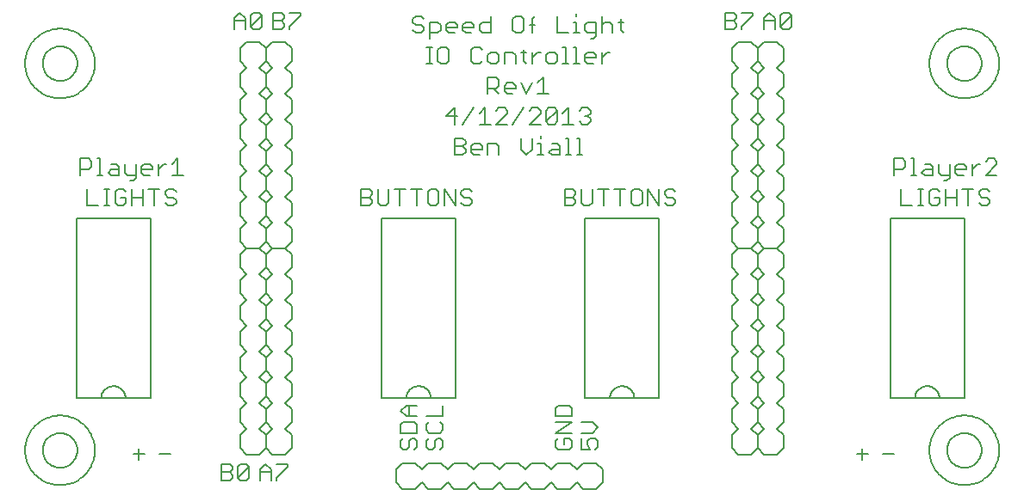
<source format=gto>
G75*
G70*
%OFA0B0*%
%FSLAX24Y24*%
%IPPOS*%
%LPD*%
%AMOC8*
5,1,8,0,0,1.08239X$1,22.5*
%
%ADD10C,0.0060*%
%ADD11C,0.0080*%
D10*
X000711Y002180D02*
X000713Y002253D01*
X000719Y002326D01*
X000729Y002398D01*
X000743Y002470D01*
X000760Y002541D01*
X000782Y002611D01*
X000807Y002680D01*
X000836Y002747D01*
X000868Y002812D01*
X000904Y002876D01*
X000944Y002938D01*
X000986Y002997D01*
X001032Y003054D01*
X001081Y003108D01*
X001133Y003160D01*
X001187Y003209D01*
X001244Y003255D01*
X001303Y003297D01*
X001365Y003337D01*
X001429Y003373D01*
X001494Y003405D01*
X001561Y003434D01*
X001630Y003459D01*
X001700Y003481D01*
X001771Y003498D01*
X001843Y003512D01*
X001915Y003522D01*
X001988Y003528D01*
X002061Y003530D01*
X002134Y003528D01*
X002207Y003522D01*
X002279Y003512D01*
X002351Y003498D01*
X002422Y003481D01*
X002492Y003459D01*
X002561Y003434D01*
X002628Y003405D01*
X002693Y003373D01*
X002757Y003337D01*
X002819Y003297D01*
X002878Y003255D01*
X002935Y003209D01*
X002989Y003160D01*
X003041Y003108D01*
X003090Y003054D01*
X003136Y002997D01*
X003178Y002938D01*
X003218Y002876D01*
X003254Y002812D01*
X003286Y002747D01*
X003315Y002680D01*
X003340Y002611D01*
X003362Y002541D01*
X003379Y002470D01*
X003393Y002398D01*
X003403Y002326D01*
X003409Y002253D01*
X003411Y002180D01*
X003409Y002107D01*
X003403Y002034D01*
X003393Y001962D01*
X003379Y001890D01*
X003362Y001819D01*
X003340Y001749D01*
X003315Y001680D01*
X003286Y001613D01*
X003254Y001548D01*
X003218Y001484D01*
X003178Y001422D01*
X003136Y001363D01*
X003090Y001306D01*
X003041Y001252D01*
X002989Y001200D01*
X002935Y001151D01*
X002878Y001105D01*
X002819Y001063D01*
X002757Y001023D01*
X002693Y000987D01*
X002628Y000955D01*
X002561Y000926D01*
X002492Y000901D01*
X002422Y000879D01*
X002351Y000862D01*
X002279Y000848D01*
X002207Y000838D01*
X002134Y000832D01*
X002061Y000830D01*
X001988Y000832D01*
X001915Y000838D01*
X001843Y000848D01*
X001771Y000862D01*
X001700Y000879D01*
X001630Y000901D01*
X001561Y000926D01*
X001494Y000955D01*
X001429Y000987D01*
X001365Y001023D01*
X001303Y001063D01*
X001244Y001105D01*
X001187Y001151D01*
X001133Y001200D01*
X001081Y001252D01*
X001032Y001306D01*
X000986Y001363D01*
X000944Y001422D01*
X000904Y001484D01*
X000868Y001548D01*
X000836Y001613D01*
X000807Y001680D01*
X000782Y001749D01*
X000760Y001819D01*
X000743Y001890D01*
X000729Y001962D01*
X000719Y002034D01*
X000713Y002107D01*
X000711Y002180D01*
X004898Y002030D02*
X005325Y002030D01*
X005112Y002244D02*
X005112Y001817D01*
X005898Y002030D02*
X006325Y002030D01*
X008301Y001651D02*
X008301Y001010D01*
X008622Y001010D01*
X008728Y001117D01*
X008728Y001224D01*
X008622Y001330D01*
X008301Y001330D01*
X008622Y001330D02*
X008728Y001437D01*
X008728Y001544D01*
X008622Y001651D01*
X008301Y001651D01*
X008946Y001544D02*
X009053Y001651D01*
X009266Y001651D01*
X009373Y001544D01*
X008946Y001117D01*
X009053Y001010D01*
X009266Y001010D01*
X009373Y001117D01*
X009373Y001544D01*
X008946Y001544D02*
X008946Y001117D01*
X009801Y001010D02*
X009801Y001437D01*
X010015Y001651D01*
X010228Y001437D01*
X010228Y001010D01*
X010446Y001010D02*
X010446Y001117D01*
X010873Y001544D01*
X010873Y001651D01*
X010446Y001651D01*
X010228Y001330D02*
X009801Y001330D01*
X015240Y002317D02*
X015347Y002210D01*
X015454Y002210D01*
X015560Y002317D01*
X015560Y002530D01*
X015667Y002637D01*
X015774Y002637D01*
X015881Y002530D01*
X015881Y002317D01*
X015774Y002210D01*
X016240Y002317D02*
X016240Y002530D01*
X016347Y002637D01*
X016347Y002855D02*
X016240Y002961D01*
X016240Y003175D01*
X016347Y003282D01*
X016240Y003499D02*
X016881Y003499D01*
X016881Y003926D01*
X016774Y003282D02*
X016881Y003175D01*
X016881Y002961D01*
X016774Y002855D01*
X016347Y002855D01*
X016667Y002637D02*
X016774Y002637D01*
X016881Y002530D01*
X016881Y002317D01*
X016774Y002210D01*
X016560Y002317D02*
X016560Y002530D01*
X016667Y002637D01*
X016560Y002317D02*
X016454Y002210D01*
X016347Y002210D01*
X016240Y002317D01*
X015347Y002637D02*
X015240Y002530D01*
X015240Y002317D01*
X015240Y002855D02*
X015240Y003175D01*
X015347Y003282D01*
X015774Y003282D01*
X015881Y003175D01*
X015881Y002855D01*
X015240Y002855D01*
X015454Y003499D02*
X015240Y003713D01*
X015454Y003926D01*
X015881Y003926D01*
X015560Y003926D02*
X015560Y003499D01*
X015454Y003499D02*
X015881Y003499D01*
X021240Y003499D02*
X021240Y003819D01*
X021347Y003926D01*
X021774Y003926D01*
X021881Y003819D01*
X021881Y003499D01*
X021240Y003499D01*
X021240Y003282D02*
X021881Y003282D01*
X021240Y002855D01*
X021881Y002855D01*
X021774Y002637D02*
X021560Y002637D01*
X021560Y002424D01*
X021347Y002637D02*
X021240Y002530D01*
X021240Y002317D01*
X021347Y002210D01*
X021774Y002210D01*
X021881Y002317D01*
X021881Y002530D01*
X021774Y002637D01*
X022240Y002637D02*
X022240Y002210D01*
X022560Y002210D01*
X022454Y002424D01*
X022454Y002530D01*
X022560Y002637D01*
X022774Y002637D01*
X022881Y002530D01*
X022881Y002317D01*
X022774Y002210D01*
X022667Y002855D02*
X022240Y002855D01*
X022240Y003282D02*
X022667Y003282D01*
X022881Y003068D01*
X022667Y002855D01*
X032898Y002030D02*
X033325Y002030D01*
X033112Y002244D02*
X033112Y001817D01*
X033898Y002030D02*
X034325Y002030D01*
X035711Y002180D02*
X035713Y002253D01*
X035719Y002326D01*
X035729Y002398D01*
X035743Y002470D01*
X035760Y002541D01*
X035782Y002611D01*
X035807Y002680D01*
X035836Y002747D01*
X035868Y002812D01*
X035904Y002876D01*
X035944Y002938D01*
X035986Y002997D01*
X036032Y003054D01*
X036081Y003108D01*
X036133Y003160D01*
X036187Y003209D01*
X036244Y003255D01*
X036303Y003297D01*
X036365Y003337D01*
X036429Y003373D01*
X036494Y003405D01*
X036561Y003434D01*
X036630Y003459D01*
X036700Y003481D01*
X036771Y003498D01*
X036843Y003512D01*
X036915Y003522D01*
X036988Y003528D01*
X037061Y003530D01*
X037134Y003528D01*
X037207Y003522D01*
X037279Y003512D01*
X037351Y003498D01*
X037422Y003481D01*
X037492Y003459D01*
X037561Y003434D01*
X037628Y003405D01*
X037693Y003373D01*
X037757Y003337D01*
X037819Y003297D01*
X037878Y003255D01*
X037935Y003209D01*
X037989Y003160D01*
X038041Y003108D01*
X038090Y003054D01*
X038136Y002997D01*
X038178Y002938D01*
X038218Y002876D01*
X038254Y002812D01*
X038286Y002747D01*
X038315Y002680D01*
X038340Y002611D01*
X038362Y002541D01*
X038379Y002470D01*
X038393Y002398D01*
X038403Y002326D01*
X038409Y002253D01*
X038411Y002180D01*
X038409Y002107D01*
X038403Y002034D01*
X038393Y001962D01*
X038379Y001890D01*
X038362Y001819D01*
X038340Y001749D01*
X038315Y001680D01*
X038286Y001613D01*
X038254Y001548D01*
X038218Y001484D01*
X038178Y001422D01*
X038136Y001363D01*
X038090Y001306D01*
X038041Y001252D01*
X037989Y001200D01*
X037935Y001151D01*
X037878Y001105D01*
X037819Y001063D01*
X037757Y001023D01*
X037693Y000987D01*
X037628Y000955D01*
X037561Y000926D01*
X037492Y000901D01*
X037422Y000879D01*
X037351Y000862D01*
X037279Y000848D01*
X037207Y000838D01*
X037134Y000832D01*
X037061Y000830D01*
X036988Y000832D01*
X036915Y000838D01*
X036843Y000848D01*
X036771Y000862D01*
X036700Y000879D01*
X036630Y000901D01*
X036561Y000926D01*
X036494Y000955D01*
X036429Y000987D01*
X036365Y001023D01*
X036303Y001063D01*
X036244Y001105D01*
X036187Y001151D01*
X036133Y001200D01*
X036081Y001252D01*
X036032Y001306D01*
X035986Y001363D01*
X035944Y001422D01*
X035904Y001484D01*
X035868Y001548D01*
X035836Y001613D01*
X035807Y001680D01*
X035782Y001749D01*
X035760Y001819D01*
X035743Y001890D01*
X035729Y001962D01*
X035719Y002034D01*
X035713Y002107D01*
X035711Y002180D01*
X035796Y011671D02*
X035689Y011778D01*
X035689Y012205D01*
X035796Y012312D01*
X036009Y012312D01*
X036116Y012205D01*
X036116Y011991D02*
X035902Y011991D01*
X036116Y011991D02*
X036116Y011778D01*
X036009Y011671D01*
X035796Y011671D01*
X035473Y011671D02*
X035259Y011671D01*
X035366Y011671D02*
X035366Y012312D01*
X035259Y012312D02*
X035473Y012312D01*
X034615Y012312D02*
X034615Y011671D01*
X035042Y011671D01*
X036334Y011671D02*
X036334Y012312D01*
X036761Y012312D02*
X036761Y011671D01*
X036761Y011991D02*
X036334Y011991D01*
X036978Y012312D02*
X037405Y012312D01*
X037192Y012312D02*
X037192Y011671D01*
X037623Y011778D02*
X037729Y011671D01*
X037943Y011671D01*
X038050Y011778D01*
X038050Y011885D01*
X037943Y011991D01*
X037729Y011991D01*
X037623Y012098D01*
X037623Y012205D01*
X037729Y012312D01*
X037943Y012312D01*
X038050Y012205D01*
X037891Y012852D02*
X038318Y013279D01*
X038318Y013386D01*
X038211Y013493D01*
X037998Y013493D01*
X037891Y013386D01*
X037674Y013279D02*
X037568Y013279D01*
X037354Y013066D01*
X037354Y013279D02*
X037354Y012852D01*
X037137Y013066D02*
X036710Y013066D01*
X036710Y013172D02*
X036816Y013279D01*
X037030Y013279D01*
X037137Y013172D01*
X037137Y013066D01*
X037030Y012852D02*
X036816Y012852D01*
X036710Y012959D01*
X036710Y013172D01*
X036492Y013279D02*
X036492Y012745D01*
X036385Y012639D01*
X036278Y012639D01*
X036172Y012852D02*
X036065Y012959D01*
X036065Y013279D01*
X035847Y013172D02*
X035847Y012852D01*
X035527Y012852D01*
X035420Y012959D01*
X035527Y013066D01*
X035847Y013066D01*
X035847Y013172D02*
X035741Y013279D01*
X035527Y013279D01*
X035097Y013493D02*
X035097Y012852D01*
X034991Y012852D02*
X035204Y012852D01*
X034773Y013172D02*
X034666Y013066D01*
X034346Y013066D01*
X034346Y012852D02*
X034346Y013493D01*
X034666Y013493D01*
X034773Y013386D01*
X034773Y013172D01*
X034991Y013493D02*
X035097Y013493D01*
X036172Y012852D02*
X036492Y012852D01*
X037891Y012852D02*
X038318Y012852D01*
X035711Y017180D02*
X035713Y017253D01*
X035719Y017326D01*
X035729Y017398D01*
X035743Y017470D01*
X035760Y017541D01*
X035782Y017611D01*
X035807Y017680D01*
X035836Y017747D01*
X035868Y017812D01*
X035904Y017876D01*
X035944Y017938D01*
X035986Y017997D01*
X036032Y018054D01*
X036081Y018108D01*
X036133Y018160D01*
X036187Y018209D01*
X036244Y018255D01*
X036303Y018297D01*
X036365Y018337D01*
X036429Y018373D01*
X036494Y018405D01*
X036561Y018434D01*
X036630Y018459D01*
X036700Y018481D01*
X036771Y018498D01*
X036843Y018512D01*
X036915Y018522D01*
X036988Y018528D01*
X037061Y018530D01*
X037134Y018528D01*
X037207Y018522D01*
X037279Y018512D01*
X037351Y018498D01*
X037422Y018481D01*
X037492Y018459D01*
X037561Y018434D01*
X037628Y018405D01*
X037693Y018373D01*
X037757Y018337D01*
X037819Y018297D01*
X037878Y018255D01*
X037935Y018209D01*
X037989Y018160D01*
X038041Y018108D01*
X038090Y018054D01*
X038136Y017997D01*
X038178Y017938D01*
X038218Y017876D01*
X038254Y017812D01*
X038286Y017747D01*
X038315Y017680D01*
X038340Y017611D01*
X038362Y017541D01*
X038379Y017470D01*
X038393Y017398D01*
X038403Y017326D01*
X038409Y017253D01*
X038411Y017180D01*
X038409Y017107D01*
X038403Y017034D01*
X038393Y016962D01*
X038379Y016890D01*
X038362Y016819D01*
X038340Y016749D01*
X038315Y016680D01*
X038286Y016613D01*
X038254Y016548D01*
X038218Y016484D01*
X038178Y016422D01*
X038136Y016363D01*
X038090Y016306D01*
X038041Y016252D01*
X037989Y016200D01*
X037935Y016151D01*
X037878Y016105D01*
X037819Y016063D01*
X037757Y016023D01*
X037693Y015987D01*
X037628Y015955D01*
X037561Y015926D01*
X037492Y015901D01*
X037422Y015879D01*
X037351Y015862D01*
X037279Y015848D01*
X037207Y015838D01*
X037134Y015832D01*
X037061Y015830D01*
X036988Y015832D01*
X036915Y015838D01*
X036843Y015848D01*
X036771Y015862D01*
X036700Y015879D01*
X036630Y015901D01*
X036561Y015926D01*
X036494Y015955D01*
X036429Y015987D01*
X036365Y016023D01*
X036303Y016063D01*
X036244Y016105D01*
X036187Y016151D01*
X036133Y016200D01*
X036081Y016252D01*
X036032Y016306D01*
X035986Y016363D01*
X035944Y016422D01*
X035904Y016484D01*
X035868Y016548D01*
X035836Y016613D01*
X035807Y016680D01*
X035782Y016749D01*
X035760Y016819D01*
X035743Y016890D01*
X035729Y016962D01*
X035719Y017034D01*
X035713Y017107D01*
X035711Y017180D01*
X030373Y018617D02*
X030266Y018510D01*
X030053Y018510D01*
X029946Y018617D01*
X030373Y019044D01*
X030373Y018617D01*
X029946Y018617D02*
X029946Y019044D01*
X030053Y019151D01*
X030266Y019151D01*
X030373Y019044D01*
X029728Y018937D02*
X029728Y018510D01*
X029728Y018830D02*
X029301Y018830D01*
X029301Y018937D02*
X029301Y018510D01*
X029301Y018937D02*
X029515Y019151D01*
X029728Y018937D01*
X028873Y019044D02*
X028446Y018617D01*
X028446Y018510D01*
X028228Y018617D02*
X028122Y018510D01*
X027801Y018510D01*
X027801Y019151D01*
X028122Y019151D01*
X028228Y019044D01*
X028228Y018937D01*
X028122Y018830D01*
X027801Y018830D01*
X028122Y018830D02*
X028228Y018724D01*
X028228Y018617D01*
X028446Y019151D02*
X028873Y019151D01*
X028873Y019044D01*
X023879Y018791D02*
X023665Y018791D01*
X023772Y018898D02*
X023772Y018471D01*
X023879Y018364D01*
X023448Y018364D02*
X023448Y018684D01*
X023341Y018791D01*
X023128Y018791D01*
X023021Y018684D01*
X022803Y018791D02*
X022483Y018791D01*
X022376Y018684D01*
X022376Y018471D01*
X022483Y018364D01*
X022803Y018364D01*
X022803Y018257D02*
X022803Y018791D01*
X023021Y019004D02*
X023021Y018364D01*
X022803Y018257D02*
X022697Y018150D01*
X022590Y018150D01*
X022160Y018364D02*
X021947Y018364D01*
X022053Y018364D02*
X022053Y018791D01*
X021947Y018791D01*
X022053Y019004D02*
X022053Y019111D01*
X021302Y019004D02*
X021302Y018364D01*
X021729Y018364D01*
X021624Y017823D02*
X021624Y017183D01*
X021730Y017183D02*
X021517Y017183D01*
X021299Y017290D02*
X021299Y017503D01*
X021193Y017610D01*
X020979Y017610D01*
X020872Y017503D01*
X020872Y017290D01*
X020979Y017183D01*
X021193Y017183D01*
X021299Y017290D01*
X021517Y017823D02*
X021624Y017823D01*
X021947Y017823D02*
X022053Y017823D01*
X022053Y017183D01*
X021947Y017183D02*
X022160Y017183D01*
X022376Y017290D02*
X022376Y017503D01*
X022483Y017610D01*
X022697Y017610D01*
X022803Y017503D01*
X022803Y017396D01*
X022376Y017396D01*
X022376Y017290D02*
X022483Y017183D01*
X022697Y017183D01*
X023021Y017183D02*
X023021Y017610D01*
X023234Y017610D02*
X023021Y017396D01*
X023234Y017610D02*
X023341Y017610D01*
X020764Y016642D02*
X020764Y016002D01*
X020977Y016002D02*
X020550Y016002D01*
X020119Y016002D02*
X020333Y016429D01*
X020550Y016429D02*
X020764Y016642D01*
X020335Y017183D02*
X020335Y017610D01*
X020335Y017396D02*
X020549Y017610D01*
X020655Y017610D01*
X020119Y017610D02*
X019906Y017610D01*
X020012Y017717D02*
X020012Y017290D01*
X020119Y017183D01*
X019688Y017183D02*
X019688Y017503D01*
X019581Y017610D01*
X019261Y017610D01*
X019261Y017183D01*
X019043Y017290D02*
X019043Y017503D01*
X018937Y017610D01*
X018723Y017610D01*
X018616Y017503D01*
X018616Y017290D01*
X018723Y017183D01*
X018937Y017183D01*
X019043Y017290D01*
X018399Y017290D02*
X018292Y017183D01*
X018079Y017183D01*
X017972Y017290D01*
X017972Y017717D01*
X018079Y017823D01*
X018292Y017823D01*
X018399Y017717D01*
X018401Y018364D02*
X018294Y018471D01*
X018294Y018684D01*
X018401Y018791D01*
X018721Y018791D01*
X018721Y019004D02*
X018721Y018364D01*
X018401Y018364D01*
X018077Y018577D02*
X017650Y018577D01*
X017650Y018471D02*
X017650Y018684D01*
X017756Y018791D01*
X017970Y018791D01*
X018077Y018684D01*
X018077Y018577D01*
X017970Y018364D02*
X017756Y018364D01*
X017650Y018471D01*
X017432Y018577D02*
X017432Y018684D01*
X017325Y018791D01*
X017112Y018791D01*
X017005Y018684D01*
X017005Y018471D01*
X017112Y018364D01*
X017325Y018364D01*
X017432Y018577D02*
X017005Y018577D01*
X016788Y018471D02*
X016681Y018364D01*
X016360Y018364D01*
X016360Y018150D02*
X016360Y018791D01*
X016681Y018791D01*
X016788Y018684D01*
X016788Y018471D01*
X016143Y018471D02*
X016036Y018364D01*
X015823Y018364D01*
X015716Y018471D01*
X015823Y018684D02*
X016036Y018684D01*
X016143Y018577D01*
X016143Y018471D01*
X015823Y018684D02*
X015716Y018791D01*
X015716Y018898D01*
X015823Y019004D01*
X016036Y019004D01*
X016143Y018898D01*
X016253Y017823D02*
X016467Y017823D01*
X016360Y017823D02*
X016360Y017183D01*
X016253Y017183D02*
X016467Y017183D01*
X016683Y017290D02*
X016790Y017183D01*
X017003Y017183D01*
X017110Y017290D01*
X017110Y017717D01*
X017003Y017823D01*
X016790Y017823D01*
X016683Y017717D01*
X016683Y017290D01*
X018616Y016642D02*
X018937Y016642D01*
X019043Y016536D01*
X019043Y016322D01*
X018937Y016215D01*
X018616Y016215D01*
X018616Y016002D02*
X018616Y016642D01*
X019261Y016322D02*
X019368Y016429D01*
X019581Y016429D01*
X019688Y016322D01*
X019688Y016215D01*
X019261Y016215D01*
X019261Y016108D02*
X019261Y016322D01*
X019261Y016108D02*
X019368Y016002D01*
X019581Y016002D01*
X019906Y016429D02*
X020119Y016002D01*
X020010Y015461D02*
X019583Y014821D01*
X019366Y014821D02*
X018939Y014821D01*
X019366Y015248D01*
X019366Y015354D01*
X019259Y015461D01*
X019045Y015461D01*
X018939Y015354D01*
X018508Y015461D02*
X018508Y014821D01*
X018721Y014821D02*
X018294Y014821D01*
X017650Y014821D02*
X018077Y015461D01*
X018294Y015248D02*
X018508Y015461D01*
X019043Y016002D02*
X018830Y016215D01*
X020228Y015354D02*
X020335Y015461D01*
X020548Y015461D01*
X020655Y015354D01*
X020655Y015248D01*
X020228Y014821D01*
X020655Y014821D01*
X020872Y014927D02*
X021299Y015354D01*
X021299Y014927D01*
X021193Y014821D01*
X020979Y014821D01*
X020872Y014927D01*
X020872Y015354D01*
X020979Y015461D01*
X021193Y015461D01*
X021299Y015354D01*
X021517Y015248D02*
X021730Y015461D01*
X021730Y014821D01*
X021517Y014821D02*
X021944Y014821D01*
X022161Y014927D02*
X022268Y014821D01*
X022482Y014821D01*
X022588Y014927D01*
X022588Y015034D01*
X022482Y015141D01*
X022375Y015141D01*
X022482Y015141D02*
X022588Y015248D01*
X022588Y015354D01*
X022482Y015461D01*
X022268Y015461D01*
X022161Y015354D01*
X022161Y014280D02*
X022161Y013640D01*
X022054Y013640D02*
X022268Y013640D01*
X021838Y013640D02*
X021624Y013640D01*
X021731Y013640D02*
X021731Y014280D01*
X021624Y014280D01*
X021407Y013960D02*
X021300Y014067D01*
X021087Y014067D01*
X021087Y013853D02*
X021407Y013853D01*
X021407Y013960D02*
X021407Y013640D01*
X021087Y013640D01*
X020980Y013746D01*
X021087Y013853D01*
X020764Y013640D02*
X020550Y013640D01*
X020657Y013640D02*
X020657Y014067D01*
X020550Y014067D01*
X020657Y014280D02*
X020657Y014387D01*
X020333Y014280D02*
X020333Y013853D01*
X020119Y013640D01*
X019906Y013853D01*
X019906Y014280D01*
X019043Y013960D02*
X019043Y013640D01*
X019043Y013960D02*
X018937Y014067D01*
X018616Y014067D01*
X018616Y013640D01*
X018399Y013853D02*
X017972Y013853D01*
X017972Y013746D02*
X017972Y013960D01*
X018079Y014067D01*
X018292Y014067D01*
X018399Y013960D01*
X018399Y013853D01*
X018292Y013640D02*
X018079Y013640D01*
X017972Y013746D01*
X017754Y013746D02*
X017754Y013853D01*
X017648Y013960D01*
X017327Y013960D01*
X017327Y013640D02*
X017327Y014280D01*
X017648Y014280D01*
X017754Y014173D01*
X017754Y014067D01*
X017648Y013960D01*
X017754Y013746D02*
X017648Y013640D01*
X017327Y013640D01*
X017325Y014821D02*
X017325Y015461D01*
X017005Y015141D01*
X017432Y015141D01*
X022054Y014280D02*
X022161Y014280D01*
X022231Y012312D02*
X022231Y011778D01*
X022338Y011671D01*
X022551Y011671D01*
X022658Y011778D01*
X022658Y012312D01*
X022876Y012312D02*
X023303Y012312D01*
X023089Y012312D02*
X023089Y011671D01*
X023734Y011671D02*
X023734Y012312D01*
X023947Y012312D02*
X023520Y012312D01*
X024165Y012205D02*
X024165Y011778D01*
X024272Y011671D01*
X024485Y011671D01*
X024592Y011778D01*
X024592Y012205D01*
X024485Y012312D01*
X024272Y012312D01*
X024165Y012205D01*
X024809Y012312D02*
X024809Y011671D01*
X025236Y011671D02*
X025236Y012312D01*
X025454Y012205D02*
X025454Y012098D01*
X025561Y011991D01*
X025774Y011991D01*
X025881Y011885D01*
X025881Y011778D01*
X025774Y011671D01*
X025561Y011671D01*
X025454Y011778D01*
X025236Y011671D02*
X024809Y012312D01*
X025454Y012205D02*
X025561Y012312D01*
X025774Y012312D01*
X025881Y012205D01*
X022014Y012205D02*
X022014Y012098D01*
X021907Y011991D01*
X021587Y011991D01*
X021907Y011991D02*
X022014Y011885D01*
X022014Y011778D01*
X021907Y011671D01*
X021587Y011671D01*
X021587Y012312D01*
X021907Y012312D01*
X022014Y012205D01*
X018007Y012205D02*
X017900Y012312D01*
X017687Y012312D01*
X017580Y012205D01*
X017580Y012098D01*
X017687Y011991D01*
X017900Y011991D01*
X018007Y011885D01*
X018007Y011778D01*
X017900Y011671D01*
X017687Y011671D01*
X017580Y011778D01*
X017362Y011671D02*
X017362Y012312D01*
X016935Y012312D02*
X017362Y011671D01*
X016935Y011671D02*
X016935Y012312D01*
X016718Y012205D02*
X016611Y012312D01*
X016398Y012312D01*
X016291Y012205D01*
X016291Y011778D01*
X016398Y011671D01*
X016611Y011671D01*
X016718Y011778D01*
X016718Y012205D01*
X016073Y012312D02*
X015646Y012312D01*
X015860Y012312D02*
X015860Y011671D01*
X015215Y011671D02*
X015215Y012312D01*
X015002Y012312D02*
X015429Y012312D01*
X014784Y012312D02*
X014784Y011778D01*
X014677Y011671D01*
X014464Y011671D01*
X014357Y011778D01*
X014357Y012312D01*
X014140Y012205D02*
X014140Y012098D01*
X014033Y011991D01*
X013713Y011991D01*
X014033Y011991D02*
X014140Y011885D01*
X014140Y011778D01*
X014033Y011671D01*
X013713Y011671D01*
X013713Y012312D01*
X014033Y012312D01*
X014140Y012205D01*
X006822Y012852D02*
X006395Y012852D01*
X006609Y012852D02*
X006609Y013493D01*
X006395Y013279D01*
X006178Y013279D02*
X006072Y013279D01*
X005858Y013066D01*
X005858Y013279D02*
X005858Y012852D01*
X005640Y013066D02*
X005213Y013066D01*
X005213Y013172D02*
X005320Y013279D01*
X005534Y013279D01*
X005640Y013172D01*
X005640Y013066D01*
X005534Y012852D02*
X005320Y012852D01*
X005213Y012959D01*
X005213Y013172D01*
X004996Y013279D02*
X004996Y012745D01*
X004889Y012639D01*
X004782Y012639D01*
X004676Y012852D02*
X004996Y012852D01*
X004676Y012852D02*
X004569Y012959D01*
X004569Y013279D01*
X004351Y013172D02*
X004351Y012852D01*
X004031Y012852D01*
X003924Y012959D01*
X004031Y013066D01*
X004351Y013066D01*
X004351Y013172D02*
X004245Y013279D01*
X004031Y013279D01*
X003601Y013493D02*
X003601Y012852D01*
X003495Y012852D02*
X003708Y012852D01*
X003277Y013172D02*
X003170Y013066D01*
X002850Y013066D01*
X002850Y012852D02*
X002850Y013493D01*
X003170Y013493D01*
X003277Y013386D01*
X003277Y013172D01*
X003495Y013493D02*
X003601Y013493D01*
X003763Y012312D02*
X003977Y012312D01*
X003870Y012312D02*
X003870Y011671D01*
X003763Y011671D02*
X003977Y011671D01*
X004193Y011778D02*
X004300Y011671D01*
X004513Y011671D01*
X004620Y011778D01*
X004620Y011991D01*
X004406Y011991D01*
X004193Y012205D02*
X004193Y011778D01*
X004193Y012205D02*
X004300Y012312D01*
X004513Y012312D01*
X004620Y012205D01*
X004837Y012312D02*
X004837Y011671D01*
X004837Y011991D02*
X005264Y011991D01*
X005264Y011671D02*
X005264Y012312D01*
X005482Y012312D02*
X005909Y012312D01*
X005696Y012312D02*
X005696Y011671D01*
X006127Y011778D02*
X006233Y011671D01*
X006447Y011671D01*
X006554Y011778D01*
X006554Y011885D01*
X006447Y011991D01*
X006233Y011991D01*
X006127Y012098D01*
X006127Y012205D01*
X006233Y012312D01*
X006447Y012312D01*
X006554Y012205D01*
X003546Y011671D02*
X003119Y011671D01*
X003119Y012312D01*
X000711Y017180D02*
X000713Y017253D01*
X000719Y017326D01*
X000729Y017398D01*
X000743Y017470D01*
X000760Y017541D01*
X000782Y017611D01*
X000807Y017680D01*
X000836Y017747D01*
X000868Y017812D01*
X000904Y017876D01*
X000944Y017938D01*
X000986Y017997D01*
X001032Y018054D01*
X001081Y018108D01*
X001133Y018160D01*
X001187Y018209D01*
X001244Y018255D01*
X001303Y018297D01*
X001365Y018337D01*
X001429Y018373D01*
X001494Y018405D01*
X001561Y018434D01*
X001630Y018459D01*
X001700Y018481D01*
X001771Y018498D01*
X001843Y018512D01*
X001915Y018522D01*
X001988Y018528D01*
X002061Y018530D01*
X002134Y018528D01*
X002207Y018522D01*
X002279Y018512D01*
X002351Y018498D01*
X002422Y018481D01*
X002492Y018459D01*
X002561Y018434D01*
X002628Y018405D01*
X002693Y018373D01*
X002757Y018337D01*
X002819Y018297D01*
X002878Y018255D01*
X002935Y018209D01*
X002989Y018160D01*
X003041Y018108D01*
X003090Y018054D01*
X003136Y017997D01*
X003178Y017938D01*
X003218Y017876D01*
X003254Y017812D01*
X003286Y017747D01*
X003315Y017680D01*
X003340Y017611D01*
X003362Y017541D01*
X003379Y017470D01*
X003393Y017398D01*
X003403Y017326D01*
X003409Y017253D01*
X003411Y017180D01*
X003409Y017107D01*
X003403Y017034D01*
X003393Y016962D01*
X003379Y016890D01*
X003362Y016819D01*
X003340Y016749D01*
X003315Y016680D01*
X003286Y016613D01*
X003254Y016548D01*
X003218Y016484D01*
X003178Y016422D01*
X003136Y016363D01*
X003090Y016306D01*
X003041Y016252D01*
X002989Y016200D01*
X002935Y016151D01*
X002878Y016105D01*
X002819Y016063D01*
X002757Y016023D01*
X002693Y015987D01*
X002628Y015955D01*
X002561Y015926D01*
X002492Y015901D01*
X002422Y015879D01*
X002351Y015862D01*
X002279Y015848D01*
X002207Y015838D01*
X002134Y015832D01*
X002061Y015830D01*
X001988Y015832D01*
X001915Y015838D01*
X001843Y015848D01*
X001771Y015862D01*
X001700Y015879D01*
X001630Y015901D01*
X001561Y015926D01*
X001494Y015955D01*
X001429Y015987D01*
X001365Y016023D01*
X001303Y016063D01*
X001244Y016105D01*
X001187Y016151D01*
X001133Y016200D01*
X001081Y016252D01*
X001032Y016306D01*
X000986Y016363D01*
X000944Y016422D01*
X000904Y016484D01*
X000868Y016548D01*
X000836Y016613D01*
X000807Y016680D01*
X000782Y016749D01*
X000760Y016819D01*
X000743Y016890D01*
X000729Y016962D01*
X000719Y017034D01*
X000713Y017107D01*
X000711Y017180D01*
X008801Y018510D02*
X008801Y018937D01*
X009015Y019151D01*
X009228Y018937D01*
X009228Y018510D01*
X009446Y018617D02*
X009873Y019044D01*
X009873Y018617D01*
X009766Y018510D01*
X009553Y018510D01*
X009446Y018617D01*
X009446Y019044D01*
X009553Y019151D01*
X009766Y019151D01*
X009873Y019044D01*
X010301Y019151D02*
X010622Y019151D01*
X010728Y019044D01*
X010728Y018937D01*
X010622Y018830D01*
X010301Y018830D01*
X010301Y018510D02*
X010622Y018510D01*
X010728Y018617D01*
X010728Y018724D01*
X010622Y018830D01*
X010946Y018617D02*
X010946Y018510D01*
X010946Y018617D02*
X011373Y019044D01*
X011373Y019151D01*
X010946Y019151D01*
X010301Y019151D02*
X010301Y018510D01*
X009228Y018830D02*
X008801Y018830D01*
X019583Y018898D02*
X019583Y018471D01*
X019690Y018364D01*
X019904Y018364D01*
X020010Y018471D01*
X020010Y018898D01*
X019904Y019004D01*
X019690Y019004D01*
X019583Y018898D01*
X020228Y018684D02*
X020441Y018684D01*
X020335Y018898D02*
X020441Y019004D01*
X020335Y018898D02*
X020335Y018364D01*
D11*
X001392Y002180D02*
X001394Y002231D01*
X001400Y002282D01*
X001410Y002332D01*
X001423Y002382D01*
X001441Y002430D01*
X001461Y002477D01*
X001486Y002522D01*
X001514Y002565D01*
X001545Y002606D01*
X001579Y002644D01*
X001616Y002679D01*
X001655Y002712D01*
X001697Y002742D01*
X001741Y002768D01*
X001787Y002790D01*
X001835Y002810D01*
X001884Y002825D01*
X001934Y002837D01*
X001984Y002845D01*
X002035Y002849D01*
X002087Y002849D01*
X002138Y002845D01*
X002188Y002837D01*
X002238Y002825D01*
X002287Y002810D01*
X002335Y002790D01*
X002381Y002768D01*
X002425Y002742D01*
X002467Y002712D01*
X002506Y002679D01*
X002543Y002644D01*
X002577Y002606D01*
X002608Y002565D01*
X002636Y002522D01*
X002661Y002477D01*
X002681Y002430D01*
X002699Y002382D01*
X002712Y002332D01*
X002722Y002282D01*
X002728Y002231D01*
X002730Y002180D01*
X002728Y002129D01*
X002722Y002078D01*
X002712Y002028D01*
X002699Y001978D01*
X002681Y001930D01*
X002661Y001883D01*
X002636Y001838D01*
X002608Y001795D01*
X002577Y001754D01*
X002543Y001716D01*
X002506Y001681D01*
X002467Y001648D01*
X002425Y001618D01*
X002381Y001592D01*
X002335Y001570D01*
X002287Y001550D01*
X002238Y001535D01*
X002188Y001523D01*
X002138Y001515D01*
X002087Y001511D01*
X002035Y001511D01*
X001984Y001515D01*
X001934Y001523D01*
X001884Y001535D01*
X001835Y001550D01*
X001787Y001570D01*
X001741Y001592D01*
X001697Y001618D01*
X001655Y001648D01*
X001616Y001681D01*
X001579Y001716D01*
X001545Y001754D01*
X001514Y001795D01*
X001486Y001838D01*
X001461Y001883D01*
X001441Y001930D01*
X001423Y001978D01*
X001410Y002028D01*
X001400Y002078D01*
X001394Y002129D01*
X001392Y002180D01*
X002691Y004196D02*
X005564Y004196D01*
X005564Y011164D01*
X002691Y011164D01*
X002691Y004196D01*
X003655Y004196D02*
X003657Y004238D01*
X003663Y004280D01*
X003672Y004322D01*
X003685Y004362D01*
X003702Y004401D01*
X003722Y004438D01*
X003745Y004473D01*
X003772Y004507D01*
X003801Y004537D01*
X003833Y004565D01*
X003867Y004590D01*
X003903Y004612D01*
X003941Y004630D01*
X003981Y004645D01*
X004022Y004656D01*
X004064Y004664D01*
X004106Y004668D01*
X004148Y004668D01*
X004190Y004664D01*
X004232Y004656D01*
X004273Y004645D01*
X004313Y004630D01*
X004351Y004612D01*
X004387Y004590D01*
X004421Y004565D01*
X004453Y004537D01*
X004482Y004507D01*
X004509Y004473D01*
X004532Y004438D01*
X004552Y004401D01*
X004569Y004362D01*
X004582Y004322D01*
X004591Y004280D01*
X004597Y004238D01*
X004599Y004196D01*
X009033Y004273D02*
X009033Y004773D01*
X009283Y005023D01*
X009033Y005273D01*
X009033Y005773D01*
X009283Y006023D01*
X009033Y006273D01*
X009033Y006773D01*
X009283Y007023D01*
X009033Y007273D01*
X009033Y007773D01*
X009283Y008023D01*
X009033Y008273D01*
X009033Y008773D01*
X009283Y009023D01*
X009033Y009273D01*
X009033Y009773D01*
X009283Y010023D01*
X009783Y010023D01*
X010033Y009773D01*
X010283Y010023D01*
X010783Y010023D01*
X011033Y009773D01*
X011033Y009273D01*
X010783Y009023D01*
X011033Y008773D01*
X011033Y008273D01*
X010783Y008023D01*
X011033Y007773D01*
X011033Y007273D01*
X010783Y007023D01*
X011033Y006773D01*
X011033Y006273D01*
X010783Y006023D01*
X011033Y005773D01*
X011033Y005273D01*
X010783Y005023D01*
X011033Y004773D01*
X011033Y004273D01*
X010783Y004023D01*
X011033Y003773D01*
X011033Y003273D01*
X010783Y003023D01*
X011033Y002773D01*
X011033Y002273D01*
X010783Y002023D01*
X010283Y002023D01*
X010033Y002273D01*
X010033Y002773D01*
X010283Y003023D01*
X010033Y003273D01*
X010033Y003773D01*
X010283Y004023D01*
X010033Y004273D01*
X010033Y004773D01*
X010283Y005023D01*
X010033Y005273D01*
X010033Y005773D01*
X010283Y006023D01*
X010033Y006273D01*
X010033Y006773D01*
X010283Y007023D01*
X010033Y007273D01*
X010033Y007773D01*
X010283Y008023D01*
X010033Y008273D01*
X010033Y008773D01*
X010283Y009023D01*
X010033Y009273D01*
X010033Y009773D01*
X010033Y009273D01*
X009783Y009023D01*
X010033Y008773D01*
X010033Y008273D01*
X009783Y008023D01*
X010033Y007773D01*
X010033Y007273D01*
X009783Y007023D01*
X010033Y006773D01*
X010033Y006273D01*
X009783Y006023D01*
X010033Y005773D01*
X010033Y005273D01*
X009783Y005023D01*
X010033Y004773D01*
X010033Y004273D01*
X009783Y004023D01*
X010033Y003773D01*
X010033Y003273D01*
X009783Y003023D01*
X010033Y002773D01*
X010033Y002273D01*
X009783Y002023D01*
X009283Y002023D01*
X009033Y002273D01*
X009033Y002773D01*
X009283Y003023D01*
X009033Y003273D01*
X009033Y003773D01*
X009283Y004023D01*
X009033Y004273D01*
X014502Y004196D02*
X017375Y004196D01*
X017375Y011164D01*
X014502Y011164D01*
X014502Y004196D01*
X015467Y004196D02*
X015469Y004238D01*
X015475Y004280D01*
X015484Y004322D01*
X015497Y004362D01*
X015514Y004401D01*
X015534Y004438D01*
X015557Y004473D01*
X015584Y004507D01*
X015613Y004537D01*
X015645Y004565D01*
X015679Y004590D01*
X015715Y004612D01*
X015753Y004630D01*
X015793Y004645D01*
X015834Y004656D01*
X015876Y004664D01*
X015918Y004668D01*
X015960Y004668D01*
X016002Y004664D01*
X016044Y004656D01*
X016085Y004645D01*
X016125Y004630D01*
X016163Y004612D01*
X016199Y004590D01*
X016233Y004565D01*
X016265Y004537D01*
X016294Y004507D01*
X016321Y004473D01*
X016344Y004438D01*
X016364Y004401D01*
X016381Y004362D01*
X016394Y004322D01*
X016403Y004280D01*
X016409Y004238D01*
X016411Y004196D01*
X016311Y001680D02*
X016811Y001680D01*
X017061Y001430D01*
X017311Y001680D01*
X017811Y001680D01*
X018061Y001430D01*
X018311Y001680D01*
X018811Y001680D01*
X019061Y001430D01*
X019311Y001680D01*
X019811Y001680D01*
X020061Y001430D01*
X020311Y001680D01*
X020811Y001680D01*
X021061Y001430D01*
X021311Y001680D01*
X021811Y001680D01*
X022061Y001430D01*
X022311Y001680D01*
X022811Y001680D01*
X023061Y001430D01*
X023061Y000930D01*
X022811Y000680D01*
X022311Y000680D01*
X022061Y000930D01*
X021811Y000680D01*
X021311Y000680D01*
X021061Y000930D01*
X020811Y000680D01*
X020311Y000680D01*
X020061Y000930D01*
X019811Y000680D01*
X019311Y000680D01*
X019061Y000930D01*
X018811Y000680D01*
X018311Y000680D01*
X018061Y000930D01*
X017811Y000680D01*
X017311Y000680D01*
X017061Y000930D01*
X016811Y000680D01*
X016311Y000680D01*
X016061Y000930D01*
X015811Y000680D01*
X015311Y000680D01*
X015061Y000930D01*
X015061Y001430D01*
X015311Y001680D01*
X015811Y001680D01*
X016061Y001430D01*
X016311Y001680D01*
X022376Y004196D02*
X025249Y004196D01*
X025249Y011164D01*
X022376Y011164D01*
X022376Y004196D01*
X023341Y004196D02*
X023343Y004238D01*
X023349Y004280D01*
X023358Y004322D01*
X023371Y004362D01*
X023388Y004401D01*
X023408Y004438D01*
X023431Y004473D01*
X023458Y004507D01*
X023487Y004537D01*
X023519Y004565D01*
X023553Y004590D01*
X023589Y004612D01*
X023627Y004630D01*
X023667Y004645D01*
X023708Y004656D01*
X023750Y004664D01*
X023792Y004668D01*
X023834Y004668D01*
X023876Y004664D01*
X023918Y004656D01*
X023959Y004645D01*
X023999Y004630D01*
X024037Y004612D01*
X024073Y004590D01*
X024107Y004565D01*
X024139Y004537D01*
X024168Y004507D01*
X024195Y004473D01*
X024218Y004438D01*
X024238Y004401D01*
X024255Y004362D01*
X024268Y004322D01*
X024277Y004280D01*
X024283Y004238D01*
X024285Y004196D01*
X028061Y004273D02*
X028061Y004773D01*
X028311Y005023D01*
X028061Y005273D01*
X028061Y005773D01*
X028311Y006023D01*
X028061Y006273D01*
X028061Y006773D01*
X028311Y007023D01*
X028061Y007273D01*
X028061Y007773D01*
X028311Y008023D01*
X028061Y008273D01*
X028061Y008773D01*
X028311Y009023D01*
X028061Y009273D01*
X028061Y009773D01*
X028311Y010023D01*
X028811Y010023D01*
X029061Y009773D01*
X029061Y009273D01*
X028811Y009023D01*
X029061Y008773D01*
X029061Y008273D01*
X028811Y008023D01*
X029061Y007773D01*
X029061Y007273D01*
X028811Y007023D01*
X029061Y006773D01*
X029061Y006273D01*
X028811Y006023D01*
X029061Y005773D01*
X029061Y005273D01*
X028811Y005023D01*
X029061Y004773D01*
X029061Y004273D01*
X028811Y004023D01*
X029061Y003773D01*
X029061Y003273D01*
X028811Y003023D01*
X029061Y002773D01*
X029061Y002273D01*
X028811Y002023D01*
X028311Y002023D01*
X028061Y002273D01*
X028061Y002773D01*
X028311Y003023D01*
X028061Y003273D01*
X028061Y003773D01*
X028311Y004023D01*
X028061Y004273D01*
X029061Y004273D02*
X029311Y004023D01*
X029061Y003773D01*
X029061Y003273D01*
X029311Y003023D01*
X029061Y002773D01*
X029061Y002273D01*
X029311Y002023D01*
X029811Y002023D01*
X030061Y002273D01*
X030061Y002773D01*
X029811Y003023D01*
X030061Y003273D01*
X030061Y003773D01*
X029811Y004023D01*
X030061Y004273D01*
X030061Y004773D01*
X029811Y005023D01*
X030061Y005273D01*
X030061Y005773D01*
X029811Y006023D01*
X030061Y006273D01*
X030061Y006773D01*
X029811Y007023D01*
X030061Y007273D01*
X030061Y007773D01*
X029811Y008023D01*
X030061Y008273D01*
X030061Y008773D01*
X029811Y009023D01*
X030061Y009273D01*
X030061Y009773D01*
X029811Y010023D01*
X030061Y010273D01*
X030061Y010773D01*
X029811Y011023D01*
X030061Y011273D01*
X030061Y011773D01*
X029811Y012023D01*
X030061Y012273D01*
X030061Y012773D01*
X029811Y013023D01*
X030061Y013273D01*
X030061Y013773D01*
X029811Y014023D01*
X030061Y014273D01*
X030061Y014773D01*
X029811Y015023D01*
X030061Y015273D01*
X030061Y015773D01*
X029811Y016023D01*
X030061Y016273D01*
X030061Y016773D01*
X029811Y017023D01*
X030061Y017273D01*
X030061Y017773D01*
X029811Y018023D01*
X029311Y018023D01*
X029061Y017773D01*
X028811Y018023D01*
X028311Y018023D01*
X028061Y017773D01*
X028061Y017273D01*
X028311Y017023D01*
X028061Y016773D01*
X028061Y016273D01*
X028311Y016023D01*
X028061Y015773D01*
X028061Y015273D01*
X028311Y015023D01*
X028061Y014773D01*
X028061Y014273D01*
X028311Y014023D01*
X028061Y013773D01*
X028061Y013273D01*
X028311Y013023D01*
X028061Y012773D01*
X028061Y012273D01*
X028311Y012023D01*
X028061Y011773D01*
X028061Y011273D01*
X028311Y011023D01*
X028061Y010773D01*
X028061Y010273D01*
X028311Y010023D01*
X028811Y010023D01*
X029061Y010273D01*
X029061Y010773D01*
X028811Y011023D01*
X029061Y011273D01*
X029061Y011773D01*
X028811Y012023D01*
X029061Y012273D01*
X029061Y012773D01*
X028811Y013023D01*
X029061Y013273D01*
X029061Y013773D01*
X028811Y014023D01*
X029061Y014273D01*
X029061Y014773D01*
X028811Y015023D01*
X029061Y015273D01*
X029061Y015773D01*
X028811Y016023D01*
X029061Y016273D01*
X029061Y016773D01*
X028811Y017023D01*
X029061Y017273D01*
X029061Y017773D01*
X029061Y017273D01*
X029311Y017023D01*
X029061Y016773D01*
X029061Y016273D01*
X029311Y016023D01*
X029061Y015773D01*
X029061Y015273D01*
X029311Y015023D01*
X029061Y014773D01*
X029061Y014273D01*
X029311Y014023D01*
X029061Y013773D01*
X029061Y013273D01*
X029311Y013023D01*
X029061Y012773D01*
X029061Y012273D01*
X029311Y012023D01*
X029061Y011773D01*
X029061Y011273D01*
X029311Y011023D01*
X029061Y010773D01*
X029061Y010273D01*
X029311Y010023D01*
X029811Y010023D01*
X029311Y010023D01*
X029061Y009773D01*
X029061Y009273D01*
X029311Y009023D01*
X029061Y008773D01*
X029061Y008273D01*
X029311Y008023D01*
X029061Y007773D01*
X029061Y007273D01*
X029311Y007023D01*
X029061Y006773D01*
X029061Y006273D01*
X029311Y006023D01*
X029061Y005773D01*
X029061Y005273D01*
X029311Y005023D01*
X029061Y004773D01*
X029061Y004273D01*
X034187Y004196D02*
X037060Y004196D01*
X037060Y011164D01*
X034187Y011164D01*
X034187Y004196D01*
X035152Y004196D02*
X035154Y004238D01*
X035160Y004280D01*
X035169Y004322D01*
X035182Y004362D01*
X035199Y004401D01*
X035219Y004438D01*
X035242Y004473D01*
X035269Y004507D01*
X035298Y004537D01*
X035330Y004565D01*
X035364Y004590D01*
X035400Y004612D01*
X035438Y004630D01*
X035478Y004645D01*
X035519Y004656D01*
X035561Y004664D01*
X035603Y004668D01*
X035645Y004668D01*
X035687Y004664D01*
X035729Y004656D01*
X035770Y004645D01*
X035810Y004630D01*
X035848Y004612D01*
X035884Y004590D01*
X035918Y004565D01*
X035950Y004537D01*
X035979Y004507D01*
X036006Y004473D01*
X036029Y004438D01*
X036049Y004401D01*
X036066Y004362D01*
X036079Y004322D01*
X036088Y004280D01*
X036094Y004238D01*
X036096Y004196D01*
X036392Y002180D02*
X036394Y002231D01*
X036400Y002282D01*
X036410Y002332D01*
X036423Y002382D01*
X036441Y002430D01*
X036461Y002477D01*
X036486Y002522D01*
X036514Y002565D01*
X036545Y002606D01*
X036579Y002644D01*
X036616Y002679D01*
X036655Y002712D01*
X036697Y002742D01*
X036741Y002768D01*
X036787Y002790D01*
X036835Y002810D01*
X036884Y002825D01*
X036934Y002837D01*
X036984Y002845D01*
X037035Y002849D01*
X037087Y002849D01*
X037138Y002845D01*
X037188Y002837D01*
X037238Y002825D01*
X037287Y002810D01*
X037335Y002790D01*
X037381Y002768D01*
X037425Y002742D01*
X037467Y002712D01*
X037506Y002679D01*
X037543Y002644D01*
X037577Y002606D01*
X037608Y002565D01*
X037636Y002522D01*
X037661Y002477D01*
X037681Y002430D01*
X037699Y002382D01*
X037712Y002332D01*
X037722Y002282D01*
X037728Y002231D01*
X037730Y002180D01*
X037728Y002129D01*
X037722Y002078D01*
X037712Y002028D01*
X037699Y001978D01*
X037681Y001930D01*
X037661Y001883D01*
X037636Y001838D01*
X037608Y001795D01*
X037577Y001754D01*
X037543Y001716D01*
X037506Y001681D01*
X037467Y001648D01*
X037425Y001618D01*
X037381Y001592D01*
X037335Y001570D01*
X037287Y001550D01*
X037238Y001535D01*
X037188Y001523D01*
X037138Y001515D01*
X037087Y001511D01*
X037035Y001511D01*
X036984Y001515D01*
X036934Y001523D01*
X036884Y001535D01*
X036835Y001550D01*
X036787Y001570D01*
X036741Y001592D01*
X036697Y001618D01*
X036655Y001648D01*
X036616Y001681D01*
X036579Y001716D01*
X036545Y001754D01*
X036514Y001795D01*
X036486Y001838D01*
X036461Y001883D01*
X036441Y001930D01*
X036423Y001978D01*
X036410Y002028D01*
X036400Y002078D01*
X036394Y002129D01*
X036392Y002180D01*
X011033Y010273D02*
X010783Y010023D01*
X010283Y010023D01*
X010033Y010273D01*
X010033Y010773D01*
X010283Y011023D01*
X010033Y011273D01*
X010033Y011773D01*
X010283Y012023D01*
X010033Y012273D01*
X010033Y012773D01*
X010283Y013023D01*
X010033Y013273D01*
X010033Y013773D01*
X010283Y014023D01*
X010033Y014273D01*
X010033Y014773D01*
X010283Y015023D01*
X010033Y015273D01*
X010033Y015773D01*
X010283Y016023D01*
X010033Y016273D01*
X010033Y016773D01*
X010283Y017023D01*
X010033Y017273D01*
X010033Y017773D01*
X010283Y018023D01*
X010783Y018023D01*
X011033Y017773D01*
X011033Y017273D01*
X010783Y017023D01*
X011033Y016773D01*
X011033Y016273D01*
X010783Y016023D01*
X011033Y015773D01*
X011033Y015273D01*
X010783Y015023D01*
X011033Y014773D01*
X011033Y014273D01*
X010783Y014023D01*
X011033Y013773D01*
X011033Y013273D01*
X010783Y013023D01*
X011033Y012773D01*
X011033Y012273D01*
X010783Y012023D01*
X011033Y011773D01*
X011033Y011273D01*
X010783Y011023D01*
X011033Y010773D01*
X011033Y010273D01*
X010033Y010273D02*
X010033Y010773D01*
X009783Y011023D01*
X010033Y011273D01*
X010033Y011773D01*
X009783Y012023D01*
X010033Y012273D01*
X010033Y012773D01*
X009783Y013023D01*
X010033Y013273D01*
X010033Y013773D01*
X009783Y014023D01*
X010033Y014273D01*
X010033Y014773D01*
X009783Y015023D01*
X010033Y015273D01*
X010033Y015773D01*
X009783Y016023D01*
X010033Y016273D01*
X010033Y016773D01*
X009783Y017023D01*
X010033Y017273D01*
X010033Y017773D01*
X009783Y018023D01*
X009283Y018023D01*
X009033Y017773D01*
X009033Y017273D01*
X009283Y017023D01*
X009033Y016773D01*
X009033Y016273D01*
X009283Y016023D01*
X009033Y015773D01*
X009033Y015273D01*
X009283Y015023D01*
X009033Y014773D01*
X009033Y014273D01*
X009283Y014023D01*
X009033Y013773D01*
X009033Y013273D01*
X009283Y013023D01*
X009033Y012773D01*
X009033Y012273D01*
X009283Y012023D01*
X009033Y011773D01*
X009033Y011273D01*
X009283Y011023D01*
X009033Y010773D01*
X009033Y010273D01*
X009283Y010023D01*
X009783Y010023D01*
X010033Y010273D01*
X001392Y017180D02*
X001394Y017231D01*
X001400Y017282D01*
X001410Y017332D01*
X001423Y017382D01*
X001441Y017430D01*
X001461Y017477D01*
X001486Y017522D01*
X001514Y017565D01*
X001545Y017606D01*
X001579Y017644D01*
X001616Y017679D01*
X001655Y017712D01*
X001697Y017742D01*
X001741Y017768D01*
X001787Y017790D01*
X001835Y017810D01*
X001884Y017825D01*
X001934Y017837D01*
X001984Y017845D01*
X002035Y017849D01*
X002087Y017849D01*
X002138Y017845D01*
X002188Y017837D01*
X002238Y017825D01*
X002287Y017810D01*
X002335Y017790D01*
X002381Y017768D01*
X002425Y017742D01*
X002467Y017712D01*
X002506Y017679D01*
X002543Y017644D01*
X002577Y017606D01*
X002608Y017565D01*
X002636Y017522D01*
X002661Y017477D01*
X002681Y017430D01*
X002699Y017382D01*
X002712Y017332D01*
X002722Y017282D01*
X002728Y017231D01*
X002730Y017180D01*
X002728Y017129D01*
X002722Y017078D01*
X002712Y017028D01*
X002699Y016978D01*
X002681Y016930D01*
X002661Y016883D01*
X002636Y016838D01*
X002608Y016795D01*
X002577Y016754D01*
X002543Y016716D01*
X002506Y016681D01*
X002467Y016648D01*
X002425Y016618D01*
X002381Y016592D01*
X002335Y016570D01*
X002287Y016550D01*
X002238Y016535D01*
X002188Y016523D01*
X002138Y016515D01*
X002087Y016511D01*
X002035Y016511D01*
X001984Y016515D01*
X001934Y016523D01*
X001884Y016535D01*
X001835Y016550D01*
X001787Y016570D01*
X001741Y016592D01*
X001697Y016618D01*
X001655Y016648D01*
X001616Y016681D01*
X001579Y016716D01*
X001545Y016754D01*
X001514Y016795D01*
X001486Y016838D01*
X001461Y016883D01*
X001441Y016930D01*
X001423Y016978D01*
X001410Y017028D01*
X001400Y017078D01*
X001394Y017129D01*
X001392Y017180D01*
X036392Y017180D02*
X036394Y017231D01*
X036400Y017282D01*
X036410Y017332D01*
X036423Y017382D01*
X036441Y017430D01*
X036461Y017477D01*
X036486Y017522D01*
X036514Y017565D01*
X036545Y017606D01*
X036579Y017644D01*
X036616Y017679D01*
X036655Y017712D01*
X036697Y017742D01*
X036741Y017768D01*
X036787Y017790D01*
X036835Y017810D01*
X036884Y017825D01*
X036934Y017837D01*
X036984Y017845D01*
X037035Y017849D01*
X037087Y017849D01*
X037138Y017845D01*
X037188Y017837D01*
X037238Y017825D01*
X037287Y017810D01*
X037335Y017790D01*
X037381Y017768D01*
X037425Y017742D01*
X037467Y017712D01*
X037506Y017679D01*
X037543Y017644D01*
X037577Y017606D01*
X037608Y017565D01*
X037636Y017522D01*
X037661Y017477D01*
X037681Y017430D01*
X037699Y017382D01*
X037712Y017332D01*
X037722Y017282D01*
X037728Y017231D01*
X037730Y017180D01*
X037728Y017129D01*
X037722Y017078D01*
X037712Y017028D01*
X037699Y016978D01*
X037681Y016930D01*
X037661Y016883D01*
X037636Y016838D01*
X037608Y016795D01*
X037577Y016754D01*
X037543Y016716D01*
X037506Y016681D01*
X037467Y016648D01*
X037425Y016618D01*
X037381Y016592D01*
X037335Y016570D01*
X037287Y016550D01*
X037238Y016535D01*
X037188Y016523D01*
X037138Y016515D01*
X037087Y016511D01*
X037035Y016511D01*
X036984Y016515D01*
X036934Y016523D01*
X036884Y016535D01*
X036835Y016550D01*
X036787Y016570D01*
X036741Y016592D01*
X036697Y016618D01*
X036655Y016648D01*
X036616Y016681D01*
X036579Y016716D01*
X036545Y016754D01*
X036514Y016795D01*
X036486Y016838D01*
X036461Y016883D01*
X036441Y016930D01*
X036423Y016978D01*
X036410Y017028D01*
X036400Y017078D01*
X036394Y017129D01*
X036392Y017180D01*
M02*

</source>
